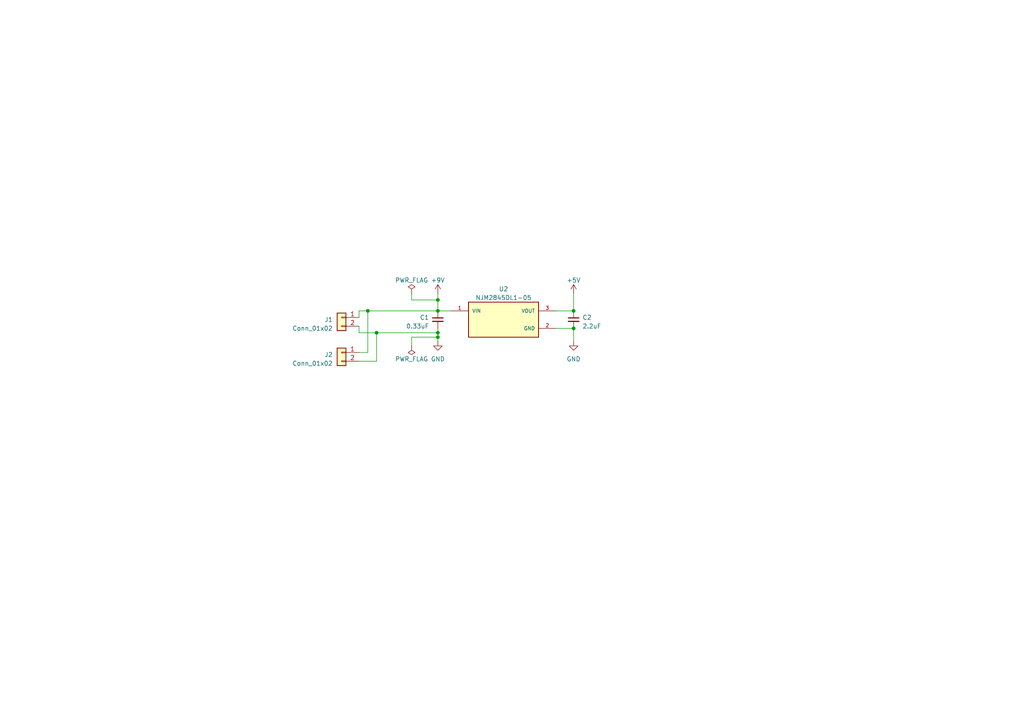
<source format=kicad_sch>
(kicad_sch (version 20230121) (generator eeschema)

  (uuid 15ba7021-c2d6-4e42-b153-5a02c7a90f71)

  (paper "A4")

  (lib_symbols
    (symbol "Connector_Generic:Conn_01x02" (pin_names (offset 1.016) hide) (in_bom yes) (on_board yes)
      (property "Reference" "J" (at 0 2.54 0)
        (effects (font (size 1.27 1.27)))
      )
      (property "Value" "Conn_01x02" (at 0 -5.08 0)
        (effects (font (size 1.27 1.27)))
      )
      (property "Footprint" "" (at 0 0 0)
        (effects (font (size 1.27 1.27)) hide)
      )
      (property "Datasheet" "~" (at 0 0 0)
        (effects (font (size 1.27 1.27)) hide)
      )
      (property "ki_keywords" "connector" (at 0 0 0)
        (effects (font (size 1.27 1.27)) hide)
      )
      (property "ki_description" "Generic connector, single row, 01x02, script generated (kicad-library-utils/schlib/autogen/connector/)" (at 0 0 0)
        (effects (font (size 1.27 1.27)) hide)
      )
      (property "ki_fp_filters" "Connector*:*_1x??_*" (at 0 0 0)
        (effects (font (size 1.27 1.27)) hide)
      )
      (symbol "Conn_01x02_1_1"
        (rectangle (start -1.27 -2.413) (end 0 -2.667)
          (stroke (width 0.1524) (type default))
          (fill (type none))
        )
        (rectangle (start -1.27 0.127) (end 0 -0.127)
          (stroke (width 0.1524) (type default))
          (fill (type none))
        )
        (rectangle (start -1.27 1.27) (end 1.27 -3.81)
          (stroke (width 0.254) (type default))
          (fill (type background))
        )
        (pin passive line (at -5.08 0 0) (length 3.81)
          (name "Pin_1" (effects (font (size 1.27 1.27))))
          (number "1" (effects (font (size 1.27 1.27))))
        )
        (pin passive line (at -5.08 -2.54 0) (length 3.81)
          (name "Pin_2" (effects (font (size 1.27 1.27))))
          (number "2" (effects (font (size 1.27 1.27))))
        )
      )
    )
    (symbol "Device:C_Small" (pin_numbers hide) (pin_names (offset 0.254) hide) (in_bom yes) (on_board yes)
      (property "Reference" "C" (at 0.254 1.778 0)
        (effects (font (size 1.27 1.27)) (justify left))
      )
      (property "Value" "C_Small" (at 0.254 -2.032 0)
        (effects (font (size 1.27 1.27)) (justify left))
      )
      (property "Footprint" "" (at 0 0 0)
        (effects (font (size 1.27 1.27)) hide)
      )
      (property "Datasheet" "~" (at 0 0 0)
        (effects (font (size 1.27 1.27)) hide)
      )
      (property "ki_keywords" "capacitor cap" (at 0 0 0)
        (effects (font (size 1.27 1.27)) hide)
      )
      (property "ki_description" "Unpolarized capacitor, small symbol" (at 0 0 0)
        (effects (font (size 1.27 1.27)) hide)
      )
      (property "ki_fp_filters" "C_*" (at 0 0 0)
        (effects (font (size 1.27 1.27)) hide)
      )
      (symbol "C_Small_0_1"
        (polyline
          (pts
            (xy -1.524 -0.508)
            (xy 1.524 -0.508)
          )
          (stroke (width 0.3302) (type default))
          (fill (type none))
        )
        (polyline
          (pts
            (xy -1.524 0.508)
            (xy 1.524 0.508)
          )
          (stroke (width 0.3048) (type default))
          (fill (type none))
        )
      )
      (symbol "C_Small_1_1"
        (pin passive line (at 0 2.54 270) (length 2.032)
          (name "~" (effects (font (size 1.27 1.27))))
          (number "1" (effects (font (size 1.27 1.27))))
        )
        (pin passive line (at 0 -2.54 90) (length 2.032)
          (name "~" (effects (font (size 1.27 1.27))))
          (number "2" (effects (font (size 1.27 1.27))))
        )
      )
    )
    (symbol "EX_lib_NJM2845DL1:NJM2845DL1-33-TE1" (pin_names (offset 1.016)) (in_bom yes) (on_board yes)
      (property "Reference" "U" (at -10.1731 5.8495 0)
        (effects (font (size 1.27 1.27)) (justify left bottom))
      )
      (property "Value" "NJM2845DL1-33-TE1" (at -10.1621 -7.6216 0)
        (effects (font (size 1.27 1.27)) (justify left bottom))
      )
      (property "Footprint" "DPAK228P968X238-4N" (at 0 0 0)
        (effects (font (size 1.27 1.27)) (justify bottom) hide)
      )
      (property "Datasheet" "" (at 0 0 0)
        (effects (font (size 1.27 1.27)) hide)
      )
      (property "MANUFACTURER" "JRC" (at 0 0 0)
        (effects (font (size 1.27 1.27)) (justify bottom) hide)
      )
      (property "STANDARD" "IPC 7351B" (at 0 0 0)
        (effects (font (size 1.27 1.27)) (justify bottom) hide)
      )
      (property "PARTREV" "2012-10-31" (at 0 0 0)
        (effects (font (size 1.27 1.27)) (justify bottom) hide)
      )
      (symbol "NJM2845DL1-33-TE1_0_0"
        (rectangle (start -10.16 -5.08) (end 10.16 5.08)
          (stroke (width 0.254) (type default))
          (fill (type background))
        )
        (pin power_in line (at -15.24 2.54 0) (length 5.08)
          (name "VIN" (effects (font (size 1.016 1.016))))
          (number "1" (effects (font (size 1.016 1.016))))
        )
        (pin power_in line (at 15.24 -2.54 180) (length 5.08)
          (name "GND" (effects (font (size 1.016 1.016))))
          (number "2" (effects (font (size 1.016 1.016))))
        )
        (pin passive line (at 15.24 2.54 180) (length 5.08)
          (name "VOUT" (effects (font (size 1.016 1.016))))
          (number "3" (effects (font (size 1.016 1.016))))
        )
      )
    )
    (symbol "power:+5V" (power) (pin_names (offset 0)) (in_bom yes) (on_board yes)
      (property "Reference" "#PWR" (at 0 -3.81 0)
        (effects (font (size 1.27 1.27)) hide)
      )
      (property "Value" "+5V" (at 0 3.556 0)
        (effects (font (size 1.27 1.27)))
      )
      (property "Footprint" "" (at 0 0 0)
        (effects (font (size 1.27 1.27)) hide)
      )
      (property "Datasheet" "" (at 0 0 0)
        (effects (font (size 1.27 1.27)) hide)
      )
      (property "ki_keywords" "global power" (at 0 0 0)
        (effects (font (size 1.27 1.27)) hide)
      )
      (property "ki_description" "Power symbol creates a global label with name \"+5V\"" (at 0 0 0)
        (effects (font (size 1.27 1.27)) hide)
      )
      (symbol "+5V_0_1"
        (polyline
          (pts
            (xy -0.762 1.27)
            (xy 0 2.54)
          )
          (stroke (width 0) (type default))
          (fill (type none))
        )
        (polyline
          (pts
            (xy 0 0)
            (xy 0 2.54)
          )
          (stroke (width 0) (type default))
          (fill (type none))
        )
        (polyline
          (pts
            (xy 0 2.54)
            (xy 0.762 1.27)
          )
          (stroke (width 0) (type default))
          (fill (type none))
        )
      )
      (symbol "+5V_1_1"
        (pin power_in line (at 0 0 90) (length 0) hide
          (name "+5V" (effects (font (size 1.27 1.27))))
          (number "1" (effects (font (size 1.27 1.27))))
        )
      )
    )
    (symbol "power:+9V" (power) (pin_names (offset 0)) (in_bom yes) (on_board yes)
      (property "Reference" "#PWR" (at 0 -3.81 0)
        (effects (font (size 1.27 1.27)) hide)
      )
      (property "Value" "+9V" (at 0 3.556 0)
        (effects (font (size 1.27 1.27)))
      )
      (property "Footprint" "" (at 0 0 0)
        (effects (font (size 1.27 1.27)) hide)
      )
      (property "Datasheet" "" (at 0 0 0)
        (effects (font (size 1.27 1.27)) hide)
      )
      (property "ki_keywords" "global power" (at 0 0 0)
        (effects (font (size 1.27 1.27)) hide)
      )
      (property "ki_description" "Power symbol creates a global label with name \"+9V\"" (at 0 0 0)
        (effects (font (size 1.27 1.27)) hide)
      )
      (symbol "+9V_0_1"
        (polyline
          (pts
            (xy -0.762 1.27)
            (xy 0 2.54)
          )
          (stroke (width 0) (type default))
          (fill (type none))
        )
        (polyline
          (pts
            (xy 0 0)
            (xy 0 2.54)
          )
          (stroke (width 0) (type default))
          (fill (type none))
        )
        (polyline
          (pts
            (xy 0 2.54)
            (xy 0.762 1.27)
          )
          (stroke (width 0) (type default))
          (fill (type none))
        )
      )
      (symbol "+9V_1_1"
        (pin power_in line (at 0 0 90) (length 0) hide
          (name "+9V" (effects (font (size 1.27 1.27))))
          (number "1" (effects (font (size 1.27 1.27))))
        )
      )
    )
    (symbol "power:GND" (power) (pin_names (offset 0)) (in_bom yes) (on_board yes)
      (property "Reference" "#PWR" (at 0 -6.35 0)
        (effects (font (size 1.27 1.27)) hide)
      )
      (property "Value" "GND" (at 0 -3.81 0)
        (effects (font (size 1.27 1.27)))
      )
      (property "Footprint" "" (at 0 0 0)
        (effects (font (size 1.27 1.27)) hide)
      )
      (property "Datasheet" "" (at 0 0 0)
        (effects (font (size 1.27 1.27)) hide)
      )
      (property "ki_keywords" "global power" (at 0 0 0)
        (effects (font (size 1.27 1.27)) hide)
      )
      (property "ki_description" "Power symbol creates a global label with name \"GND\" , ground" (at 0 0 0)
        (effects (font (size 1.27 1.27)) hide)
      )
      (symbol "GND_0_1"
        (polyline
          (pts
            (xy 0 0)
            (xy 0 -1.27)
            (xy 1.27 -1.27)
            (xy 0 -2.54)
            (xy -1.27 -1.27)
            (xy 0 -1.27)
          )
          (stroke (width 0) (type default))
          (fill (type none))
        )
      )
      (symbol "GND_1_1"
        (pin power_in line (at 0 0 270) (length 0) hide
          (name "GND" (effects (font (size 1.27 1.27))))
          (number "1" (effects (font (size 1.27 1.27))))
        )
      )
    )
    (symbol "power:PWR_FLAG" (power) (pin_numbers hide) (pin_names (offset 0) hide) (in_bom yes) (on_board yes)
      (property "Reference" "#FLG" (at 0 1.905 0)
        (effects (font (size 1.27 1.27)) hide)
      )
      (property "Value" "PWR_FLAG" (at 0 3.81 0)
        (effects (font (size 1.27 1.27)))
      )
      (property "Footprint" "" (at 0 0 0)
        (effects (font (size 1.27 1.27)) hide)
      )
      (property "Datasheet" "~" (at 0 0 0)
        (effects (font (size 1.27 1.27)) hide)
      )
      (property "ki_keywords" "flag power" (at 0 0 0)
        (effects (font (size 1.27 1.27)) hide)
      )
      (property "ki_description" "Special symbol for telling ERC where power comes from" (at 0 0 0)
        (effects (font (size 1.27 1.27)) hide)
      )
      (symbol "PWR_FLAG_0_0"
        (pin power_out line (at 0 0 90) (length 0)
          (name "pwr" (effects (font (size 1.27 1.27))))
          (number "1" (effects (font (size 1.27 1.27))))
        )
      )
      (symbol "PWR_FLAG_0_1"
        (polyline
          (pts
            (xy 0 0)
            (xy 0 1.27)
            (xy -1.016 1.905)
            (xy 0 2.54)
            (xy 1.016 1.905)
            (xy 0 1.27)
          )
          (stroke (width 0) (type default))
          (fill (type none))
        )
      )
    )
  )

  (junction (at 127 96.52) (diameter 0) (color 0 0 0 0)
    (uuid 005fde59-94ba-4dc5-8af5-cef17486566f)
  )
  (junction (at 166.37 90.17) (diameter 0) (color 0 0 0 0)
    (uuid 11d85aa5-be1d-4ef8-92ff-6fb39eddd44a)
  )
  (junction (at 166.37 95.25) (diameter 0) (color 0 0 0 0)
    (uuid 2643b422-77d0-4f95-b0a0-5578af655679)
  )
  (junction (at 127 86.995) (diameter 0) (color 0 0 0 0)
    (uuid 282821a6-d6ca-460a-8a17-f71874fa73e9)
  )
  (junction (at 106.68 90.17) (diameter 0) (color 0 0 0 0)
    (uuid 7dd44f95-b83a-4130-8553-57a0266fe289)
  )
  (junction (at 109.22 96.52) (diameter 0) (color 0 0 0 0)
    (uuid 80847e9e-727a-4e05-9eee-31b11768ffd0)
  )
  (junction (at 127 97.79) (diameter 0) (color 0 0 0 0)
    (uuid bdb1a2a1-5fa5-4a62-bef0-52d8f2ae3c60)
  )
  (junction (at 127 90.17) (diameter 0) (color 0 0 0 0)
    (uuid be138248-e1e9-4c89-8f8e-36799d65ae95)
  )

  (wire (pts (xy 109.22 104.775) (xy 109.22 96.52))
    (stroke (width 0) (type default))
    (uuid 10edd195-e2f0-43be-917d-9e0226bbcd37)
  )
  (wire (pts (xy 119.38 86.995) (xy 127 86.995))
    (stroke (width 0) (type default))
    (uuid 13f7ff04-d30d-4c3d-ac6f-d81e0772d33f)
  )
  (wire (pts (xy 104.14 92.075) (xy 104.14 90.17))
    (stroke (width 0) (type default))
    (uuid 14dfe2ee-6130-4bce-b943-d92dc527ac2b)
  )
  (wire (pts (xy 106.68 102.235) (xy 106.68 90.17))
    (stroke (width 0) (type default))
    (uuid 156fb1ce-8b82-4c1a-b36b-fd685a183a0e)
  )
  (wire (pts (xy 161.29 90.17) (xy 166.37 90.17))
    (stroke (width 0) (type default))
    (uuid 157593d9-3ff3-4132-acb1-6fcedeb6601e)
  )
  (wire (pts (xy 127 97.79) (xy 127 99.06))
    (stroke (width 0) (type default))
    (uuid 15b5b7ef-8787-4a6c-b414-e825aacbb42a)
  )
  (wire (pts (xy 119.38 100.33) (xy 119.38 97.79))
    (stroke (width 0) (type default))
    (uuid 25c1d3eb-d9a8-4dc9-83a2-7eadf1d7a67d)
  )
  (wire (pts (xy 166.37 85.09) (xy 166.37 90.17))
    (stroke (width 0) (type default))
    (uuid 26b92f5d-af0a-40f9-beb7-5313735d2b29)
  )
  (wire (pts (xy 127 90.17) (xy 130.81 90.17))
    (stroke (width 0) (type default))
    (uuid 2a8c12a8-2f94-4f43-b8fc-b13b6fe56e82)
  )
  (wire (pts (xy 127 95.25) (xy 127 96.52))
    (stroke (width 0) (type default))
    (uuid 2e3a4c28-4c99-4f80-9675-e86fbffe0f88)
  )
  (wire (pts (xy 161.29 95.25) (xy 166.37 95.25))
    (stroke (width 0) (type default))
    (uuid 3cf70eea-fb66-4b71-a204-2e50b8233e23)
  )
  (wire (pts (xy 104.14 90.17) (xy 106.68 90.17))
    (stroke (width 0) (type default))
    (uuid 48fe4366-b768-4cb5-875e-4857c7d11cc8)
  )
  (wire (pts (xy 104.14 104.775) (xy 109.22 104.775))
    (stroke (width 0) (type default))
    (uuid 4aad0579-0155-4c1d-9a40-1856e62ae4eb)
  )
  (wire (pts (xy 166.37 95.25) (xy 166.37 99.06))
    (stroke (width 0) (type default))
    (uuid 6b06ccb9-34e7-44f0-b311-d55abc8f7c15)
  )
  (wire (pts (xy 109.22 96.52) (xy 127 96.52))
    (stroke (width 0) (type default))
    (uuid 9792b7eb-ad5d-4b03-8f68-3e33cde74388)
  )
  (wire (pts (xy 127 86.995) (xy 127 90.17))
    (stroke (width 0) (type default))
    (uuid 9bdc302c-cf31-4d47-91cc-b629ed30682f)
  )
  (wire (pts (xy 104.14 96.52) (xy 109.22 96.52))
    (stroke (width 0) (type default))
    (uuid b0fbb08a-8b85-4166-a63e-63b096ec391e)
  )
  (wire (pts (xy 119.38 97.79) (xy 127 97.79))
    (stroke (width 0) (type default))
    (uuid bff9fb34-e434-4c10-9d37-ea3ccdb8083e)
  )
  (wire (pts (xy 127 96.52) (xy 127 97.79))
    (stroke (width 0) (type default))
    (uuid c3d39a7b-b050-4597-b289-528ed65449c7)
  )
  (wire (pts (xy 119.38 85.09) (xy 119.38 86.995))
    (stroke (width 0) (type default))
    (uuid d41001bd-634d-447a-bdc8-dde1f64309ea)
  )
  (wire (pts (xy 106.68 90.17) (xy 127 90.17))
    (stroke (width 0) (type default))
    (uuid dae81d34-a44f-4b4f-b52f-732ec3c1f312)
  )
  (wire (pts (xy 127 85.09) (xy 127 86.995))
    (stroke (width 0) (type default))
    (uuid e8a0eef4-1e9a-452e-af14-b9858bbbd259)
  )
  (wire (pts (xy 104.14 94.615) (xy 104.14 96.52))
    (stroke (width 0) (type default))
    (uuid e9b30750-ab21-495c-92ed-bea72a8c0a93)
  )
  (wire (pts (xy 104.14 102.235) (xy 106.68 102.235))
    (stroke (width 0) (type default))
    (uuid f8998462-1eda-496c-8a86-ba646730d21f)
  )

  (symbol (lib_id "power:+5V") (at 166.37 85.09 0) (unit 1)
    (in_bom yes) (on_board yes) (dnp no) (fields_autoplaced)
    (uuid 0807210b-8655-41b2-926e-6906f1d6e5ce)
    (property "Reference" "#PWR03" (at 166.37 88.9 0)
      (effects (font (size 1.27 1.27)) hide)
    )
    (property "Value" "+5V" (at 166.37 81.28 0)
      (effects (font (size 1.27 1.27)))
    )
    (property "Footprint" "" (at 166.37 85.09 0)
      (effects (font (size 1.27 1.27)) hide)
    )
    (property "Datasheet" "" (at 166.37 85.09 0)
      (effects (font (size 1.27 1.27)) hide)
    )
    (pin "1" (uuid 98636beb-f066-4b63-b9e2-f4a8646bcaa4))
    (instances
      (project "main"
        (path "/5093e136-bc6a-448f-8bb7-a029192fbd84"
          (reference "#PWR03") (unit 1)
        )
        (path "/5093e136-bc6a-448f-8bb7-a029192fbd84/7fda2cfd-b2ca-42ac-8c31-09cb87fd7040"
          (reference "#PWR03") (unit 1)
        )
      )
    )
  )

  (symbol (lib_id "Device:C_Small") (at 127 92.71 0) (mirror y) (unit 1)
    (in_bom yes) (on_board yes) (dnp no)
    (uuid 17a22b8e-d9c5-4b0a-a726-b60b3cf4d119)
    (property "Reference" "C1" (at 124.46 92.0813 0)
      (effects (font (size 1.27 1.27)) (justify left))
    )
    (property "Value" "0.33uF" (at 124.46 94.6213 0)
      (effects (font (size 1.27 1.27)) (justify left))
    )
    (property "Footprint" "Capacitor_SMD:C_0805_2012Metric" (at 127 92.71 0)
      (effects (font (size 1.27 1.27)) hide)
    )
    (property "Datasheet" "~" (at 127 92.71 0)
      (effects (font (size 1.27 1.27)) hide)
    )
    (pin "1" (uuid 53791b21-65c2-4e08-89ee-483f0eba26c5))
    (pin "2" (uuid dd927509-38b5-4ed9-ae74-68b53472389a))
    (instances
      (project "main"
        (path "/5093e136-bc6a-448f-8bb7-a029192fbd84"
          (reference "C1") (unit 1)
        )
        (path "/5093e136-bc6a-448f-8bb7-a029192fbd84/7fda2cfd-b2ca-42ac-8c31-09cb87fd7040"
          (reference "C1") (unit 1)
        )
      )
    )
  )

  (symbol (lib_id "power:GND") (at 127 99.06 0) (unit 1)
    (in_bom yes) (on_board yes) (dnp no) (fields_autoplaced)
    (uuid 717888d0-25bd-4019-865e-dd9165e9daf0)
    (property "Reference" "#PWR05" (at 127 105.41 0)
      (effects (font (size 1.27 1.27)) hide)
    )
    (property "Value" "GND" (at 127 104.14 0)
      (effects (font (size 1.27 1.27)))
    )
    (property "Footprint" "" (at 127 99.06 0)
      (effects (font (size 1.27 1.27)) hide)
    )
    (property "Datasheet" "" (at 127 99.06 0)
      (effects (font (size 1.27 1.27)) hide)
    )
    (pin "1" (uuid 2a0827d4-0d21-43bc-be71-820402d4beaa))
    (instances
      (project "main"
        (path "/5093e136-bc6a-448f-8bb7-a029192fbd84"
          (reference "#PWR05") (unit 1)
        )
        (path "/5093e136-bc6a-448f-8bb7-a029192fbd84/7fda2cfd-b2ca-42ac-8c31-09cb87fd7040"
          (reference "#PWR02") (unit 1)
        )
      )
    )
  )

  (symbol (lib_id "Connector_Generic:Conn_01x02") (at 99.06 92.075 0) (mirror y) (unit 1)
    (in_bom yes) (on_board yes) (dnp no)
    (uuid 7dd71fbc-32ec-4425-8905-fe552b5706ad)
    (property "Reference" "J1" (at 96.52 92.71 0)
      (effects (font (size 1.27 1.27)) (justify left))
    )
    (property "Value" "Conn_01x02" (at 96.52 95.25 0)
      (effects (font (size 1.27 1.27)) (justify left))
    )
    (property "Footprint" "Connector_JST:JST_PH_S2B-PH-K_1x02_P2.00mm_Horizontal" (at 99.06 92.075 0)
      (effects (font (size 1.27 1.27)) hide)
    )
    (property "Datasheet" "~" (at 99.06 92.075 0)
      (effects (font (size 1.27 1.27)) hide)
    )
    (pin "1" (uuid 9185d846-254d-491a-8683-b694f6ea4f10))
    (pin "2" (uuid 9cda5e62-3625-41eb-be10-a6f451449ffb))
    (instances
      (project "main"
        (path "/5093e136-bc6a-448f-8bb7-a029192fbd84/7fda2cfd-b2ca-42ac-8c31-09cb87fd7040"
          (reference "J1") (unit 1)
        )
      )
    )
  )

  (symbol (lib_id "power:PWR_FLAG") (at 119.38 85.09 0) (unit 1)
    (in_bom yes) (on_board yes) (dnp no) (fields_autoplaced)
    (uuid 820f2cdc-91c4-4ef5-bd35-c97038505a3d)
    (property "Reference" "#FLG01" (at 119.38 83.185 0)
      (effects (font (size 1.27 1.27)) hide)
    )
    (property "Value" "PWR_FLAG" (at 119.38 81.28 0)
      (effects (font (size 1.27 1.27)))
    )
    (property "Footprint" "" (at 119.38 85.09 0)
      (effects (font (size 1.27 1.27)) hide)
    )
    (property "Datasheet" "~" (at 119.38 85.09 0)
      (effects (font (size 1.27 1.27)) hide)
    )
    (pin "1" (uuid 06815d19-7b59-433b-b1d1-0024ae8a77a2))
    (instances
      (project "main"
        (path "/5093e136-bc6a-448f-8bb7-a029192fbd84/7fda2cfd-b2ca-42ac-8c31-09cb87fd7040"
          (reference "#FLG01") (unit 1)
        )
      )
    )
  )

  (symbol (lib_id "EX_lib_NJM2845DL1:NJM2845DL1-33-TE1") (at 146.05 92.71 0) (unit 1)
    (in_bom yes) (on_board yes) (dnp no) (fields_autoplaced)
    (uuid 8c296844-70b3-4ef3-b5c7-203a4c0a429a)
    (property "Reference" "U2" (at 146.05 83.82 0)
      (effects (font (size 1.27 1.27)))
    )
    (property "Value" "NJM2845DL1-05" (at 146.05 86.36 0)
      (effects (font (size 1.27 1.27)))
    )
    (property "Footprint" "Package_TO_SOT_SMD:TO-252-2" (at 146.05 92.71 0)
      (effects (font (size 1.27 1.27)) (justify bottom) hide)
    )
    (property "Datasheet" "" (at 146.05 92.71 0)
      (effects (font (size 1.27 1.27)) hide)
    )
    (property "MANUFACTURER" "JRC" (at 146.05 92.71 0)
      (effects (font (size 1.27 1.27)) (justify bottom) hide)
    )
    (property "STANDARD" "IPC 7351B" (at 146.05 92.71 0)
      (effects (font (size 1.27 1.27)) (justify bottom) hide)
    )
    (property "PARTREV" "2012-10-31" (at 146.05 92.71 0)
      (effects (font (size 1.27 1.27)) (justify bottom) hide)
    )
    (pin "1" (uuid d14bfa05-7683-4feb-b691-dd0e16af6ac9))
    (pin "2" (uuid 0b67ab08-a5e1-436b-ba0e-746e3232f544))
    (pin "3" (uuid 3cd89f59-ac18-419d-ab02-af425c58be0b))
    (instances
      (project "main"
        (path "/5093e136-bc6a-448f-8bb7-a029192fbd84"
          (reference "U2") (unit 1)
        )
        (path "/5093e136-bc6a-448f-8bb7-a029192fbd84/7fda2cfd-b2ca-42ac-8c31-09cb87fd7040"
          (reference "U1") (unit 1)
        )
      )
    )
  )

  (symbol (lib_id "Device:C_Small") (at 166.37 92.71 0) (unit 1)
    (in_bom yes) (on_board yes) (dnp no) (fields_autoplaced)
    (uuid cd7a6845-6e54-49e2-92e7-cc6404b2fd03)
    (property "Reference" "C2" (at 168.91 92.0813 0)
      (effects (font (size 1.27 1.27)) (justify left))
    )
    (property "Value" "2.2uF" (at 168.91 94.6213 0)
      (effects (font (size 1.27 1.27)) (justify left))
    )
    (property "Footprint" "Capacitor_SMD:C_0603_1608Metric" (at 166.37 92.71 0)
      (effects (font (size 1.27 1.27)) hide)
    )
    (property "Datasheet" "~" (at 166.37 92.71 0)
      (effects (font (size 1.27 1.27)) hide)
    )
    (pin "1" (uuid a228c9b5-55ce-4bce-be51-decd68c1d052))
    (pin "2" (uuid 3e3defe8-cc23-4519-be78-ad0ac4caf647))
    (instances
      (project "main"
        (path "/5093e136-bc6a-448f-8bb7-a029192fbd84"
          (reference "C2") (unit 1)
        )
        (path "/5093e136-bc6a-448f-8bb7-a029192fbd84/7fda2cfd-b2ca-42ac-8c31-09cb87fd7040"
          (reference "C2") (unit 1)
        )
      )
    )
  )

  (symbol (lib_id "power:PWR_FLAG") (at 119.38 100.33 0) (mirror x) (unit 1)
    (in_bom yes) (on_board yes) (dnp no)
    (uuid e702e589-64c1-4eeb-beb6-7c3f05528a95)
    (property "Reference" "#FLG02" (at 119.38 102.235 0)
      (effects (font (size 1.27 1.27)) hide)
    )
    (property "Value" "PWR_FLAG" (at 119.38 104.14 0)
      (effects (font (size 1.27 1.27)))
    )
    (property "Footprint" "" (at 119.38 100.33 0)
      (effects (font (size 1.27 1.27)) hide)
    )
    (property "Datasheet" "~" (at 119.38 100.33 0)
      (effects (font (size 1.27 1.27)) hide)
    )
    (pin "1" (uuid f6f0ad50-704b-44ca-856a-07cfbb54d2e0))
    (instances
      (project "main"
        (path "/5093e136-bc6a-448f-8bb7-a029192fbd84/7fda2cfd-b2ca-42ac-8c31-09cb87fd7040"
          (reference "#FLG02") (unit 1)
        )
      )
    )
  )

  (symbol (lib_id "power:GND") (at 166.37 99.06 0) (unit 1)
    (in_bom yes) (on_board yes) (dnp no) (fields_autoplaced)
    (uuid ed53abc4-e462-4dc0-a129-ad113ed9c2aa)
    (property "Reference" "#PWR04" (at 166.37 105.41 0)
      (effects (font (size 1.27 1.27)) hide)
    )
    (property "Value" "GND" (at 166.37 104.14 0)
      (effects (font (size 1.27 1.27)))
    )
    (property "Footprint" "" (at 166.37 99.06 0)
      (effects (font (size 1.27 1.27)) hide)
    )
    (property "Datasheet" "" (at 166.37 99.06 0)
      (effects (font (size 1.27 1.27)) hide)
    )
    (pin "1" (uuid fc79e851-fcd8-48f8-be61-92e655c64dec))
    (instances
      (project "main"
        (path "/5093e136-bc6a-448f-8bb7-a029192fbd84"
          (reference "#PWR04") (unit 1)
        )
        (path "/5093e136-bc6a-448f-8bb7-a029192fbd84/7fda2cfd-b2ca-42ac-8c31-09cb87fd7040"
          (reference "#PWR04") (unit 1)
        )
      )
    )
  )

  (symbol (lib_id "Connector_Generic:Conn_01x02") (at 99.06 102.235 0) (mirror y) (unit 1)
    (in_bom yes) (on_board yes) (dnp no)
    (uuid f3c083a6-003b-4f68-8a5c-6c9b89edf4d8)
    (property "Reference" "J2" (at 96.52 102.87 0)
      (effects (font (size 1.27 1.27)) (justify left))
    )
    (property "Value" "Conn_01x02" (at 96.52 105.41 0)
      (effects (font (size 1.27 1.27)) (justify left))
    )
    (property "Footprint" "Connector_JST:JST_PH_S2B-PH-K_1x02_P2.00mm_Horizontal" (at 99.06 102.235 0)
      (effects (font (size 1.27 1.27)) hide)
    )
    (property "Datasheet" "~" (at 99.06 102.235 0)
      (effects (font (size 1.27 1.27)) hide)
    )
    (pin "1" (uuid adc630a6-bdc2-4c27-9dba-66646f41f4c0))
    (pin "2" (uuid 1866eafa-ed0a-49fc-b5fc-829c83060d04))
    (instances
      (project "main"
        (path "/5093e136-bc6a-448f-8bb7-a029192fbd84/7fda2cfd-b2ca-42ac-8c31-09cb87fd7040"
          (reference "J2") (unit 1)
        )
      )
    )
  )

  (symbol (lib_id "power:+9V") (at 127 85.09 0) (unit 1)
    (in_bom yes) (on_board yes) (dnp no) (fields_autoplaced)
    (uuid f8dbaf33-25fe-45c5-89bf-066b466ec281)
    (property "Reference" "#PWR014" (at 127 88.9 0)
      (effects (font (size 1.27 1.27)) hide)
    )
    (property "Value" "+9V" (at 127 81.28 0)
      (effects (font (size 1.27 1.27)))
    )
    (property "Footprint" "" (at 127 85.09 0)
      (effects (font (size 1.27 1.27)) hide)
    )
    (property "Datasheet" "" (at 127 85.09 0)
      (effects (font (size 1.27 1.27)) hide)
    )
    (pin "1" (uuid 717c98c1-fbed-47fa-8342-48e32ba75460))
    (instances
      (project "main"
        (path "/5093e136-bc6a-448f-8bb7-a029192fbd84"
          (reference "#PWR014") (unit 1)
        )
        (path "/5093e136-bc6a-448f-8bb7-a029192fbd84/7fda2cfd-b2ca-42ac-8c31-09cb87fd7040"
          (reference "#PWR01") (unit 1)
        )
      )
    )
  )
)

</source>
